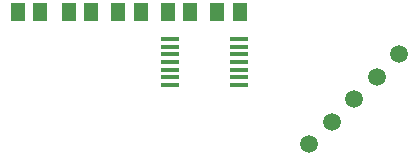
<source format=gbr>
G04 EAGLE Gerber RS-274X export*
G75*
%MOMM*%
%FSLAX34Y34*%
%LPD*%
%INSolderpaste Top*%
%IPPOS*%
%AMOC8*
5,1,8,0,0,1.08239X$1,22.5*%
G01*
%ADD10C,1.500000*%
%ADD11R,1.300000X1.500000*%
%ADD12R,1.500000X0.350000*%


D10*
X361950Y76200D03*
X381000Y95250D03*
X323850Y38100D03*
X304800Y19050D03*
D11*
X76810Y130810D03*
X57810Y130810D03*
X184810Y130810D03*
X203810Y130810D03*
X100990Y130810D03*
X119990Y130810D03*
X161900Y130810D03*
X142900Y130810D03*
X245720Y130810D03*
X226720Y130810D03*
D10*
X342900Y57150D03*
D12*
X186900Y108400D03*
X186900Y101900D03*
X186900Y95400D03*
X186900Y88900D03*
X186900Y82400D03*
X186900Y75900D03*
X186900Y69400D03*
X244900Y69400D03*
X244900Y75900D03*
X244900Y82400D03*
X244900Y88900D03*
X244900Y95400D03*
X244900Y101900D03*
X244900Y108400D03*
M02*

</source>
